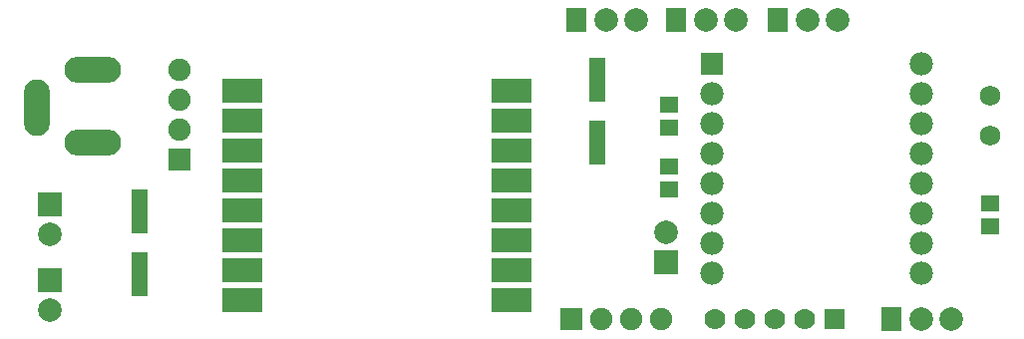
<source format=gts>
G04*
G04 #@! TF.GenerationSoftware,Altium Limited,Altium Designer,21.7.2 (23)*
G04*
G04 Layer_Color=8388736*
%FSLAX25Y25*%
%MOIN*%
G70*
G04*
G04 #@! TF.SameCoordinates,6DFCDF27-08A9-4E5E-AB17-D276871F0FC1*
G04*
G04*
G04 #@! TF.FilePolarity,Negative*
G04*
G01*
G75*
%ADD16R,0.06221X0.05259*%
%ADD17R,0.05524X0.14580*%
%ADD18C,0.07887*%
%ADD19R,0.07887X0.07887*%
%ADD20R,0.07800X0.07800*%
%ADD21C,0.07800*%
%ADD22R,0.13760X0.08000*%
%ADD23R,0.07000X0.07887*%
%ADD24C,0.06800*%
%ADD25C,0.07000*%
%ADD26R,0.07000X0.07000*%
%ADD27C,0.07493*%
%ADD28R,0.07493X0.07493*%
%ADD29R,0.07493X0.07493*%
%ADD30O,0.18910X0.08674*%
%ADD31O,0.08674X0.18910*%
D16*
X347411Y60571D02*
D03*
Y52962D02*
D03*
X240089Y65429D02*
D03*
Y73038D02*
D03*
Y85929D02*
D03*
Y93538D02*
D03*
D17*
X216000Y102012D02*
D03*
Y80988D02*
D03*
X63000Y58012D02*
D03*
Y36988D02*
D03*
D18*
X239000Y51000D02*
D03*
X33000Y25000D02*
D03*
Y50500D02*
D03*
X219000Y122000D02*
D03*
X229000D02*
D03*
X252500D02*
D03*
X262500D02*
D03*
X286500D02*
D03*
X296500D02*
D03*
X324500Y22000D02*
D03*
X334500D02*
D03*
D19*
X239000Y41000D02*
D03*
X33000Y35000D02*
D03*
Y60500D02*
D03*
D20*
X254500Y107500D02*
D03*
D21*
Y97500D02*
D03*
Y87500D02*
D03*
Y77500D02*
D03*
Y67500D02*
D03*
Y57500D02*
D03*
Y47500D02*
D03*
Y37500D02*
D03*
X324500Y107500D02*
D03*
Y97500D02*
D03*
Y87500D02*
D03*
Y77500D02*
D03*
Y67500D02*
D03*
Y57500D02*
D03*
Y47500D02*
D03*
Y37500D02*
D03*
D22*
X187500Y28500D02*
D03*
Y48500D02*
D03*
Y38500D02*
D03*
Y58500D02*
D03*
Y68500D02*
D03*
X97500Y38500D02*
D03*
Y28500D02*
D03*
Y58500D02*
D03*
Y48500D02*
D03*
Y68500D02*
D03*
X187500Y88500D02*
D03*
Y78500D02*
D03*
Y98500D02*
D03*
X97500D02*
D03*
Y88500D02*
D03*
Y78500D02*
D03*
D23*
X209000Y122000D02*
D03*
X242500D02*
D03*
X276500D02*
D03*
X314500Y22000D02*
D03*
D24*
X347500Y96693D02*
D03*
Y83307D02*
D03*
D25*
X275500Y22000D02*
D03*
X285500D02*
D03*
X265500D02*
D03*
X255500D02*
D03*
D26*
X295500D02*
D03*
D27*
X76500Y85500D02*
D03*
Y95500D02*
D03*
Y105500D02*
D03*
X217500Y22000D02*
D03*
X227500D02*
D03*
X237500D02*
D03*
D28*
X76500Y75500D02*
D03*
D29*
X207500Y22000D02*
D03*
D30*
X47500Y105408D02*
D03*
Y81000D02*
D03*
D31*
X28995Y92810D02*
D03*
M02*

</source>
